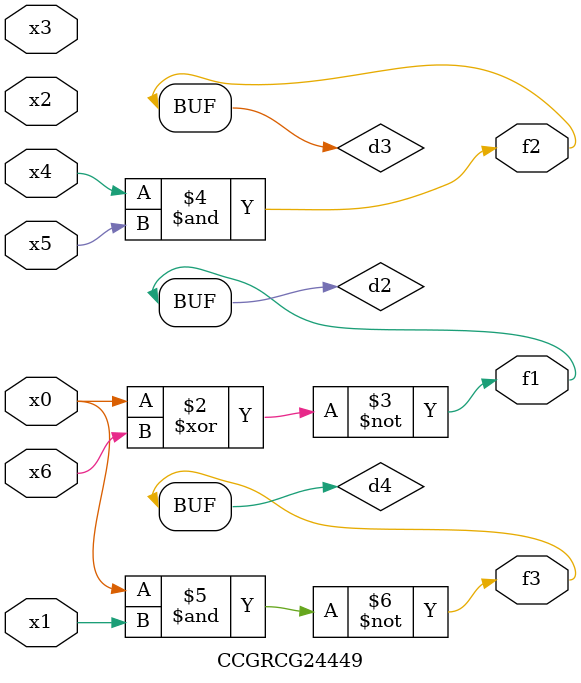
<source format=v>
module CCGRCG24449(
	input x0, x1, x2, x3, x4, x5, x6,
	output f1, f2, f3
);

	wire d1, d2, d3, d4;

	nor (d1, x0);
	xnor (d2, x0, x6);
	and (d3, x4, x5);
	nand (d4, x0, x1);
	assign f1 = d2;
	assign f2 = d3;
	assign f3 = d4;
endmodule

</source>
